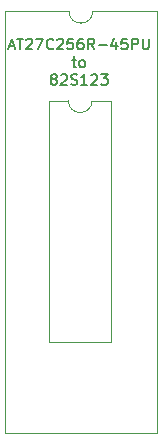
<source format=gbr>
G04 #@! TF.GenerationSoftware,KiCad,Pcbnew,(5.1.4)-1*
G04 #@! TF.CreationDate,2021-03-20T01:14:52-04:00*
G04 #@! TF.ProjectId,27c256_to_82s123,32376332-3536-45f7-946f-5f3832733132,rev?*
G04 #@! TF.SameCoordinates,Original*
G04 #@! TF.FileFunction,Legend,Top*
G04 #@! TF.FilePolarity,Positive*
%FSLAX46Y46*%
G04 Gerber Fmt 4.6, Leading zero omitted, Abs format (unit mm)*
G04 Created by KiCad (PCBNEW (5.1.4)-1) date 2021-03-20 01:14:52*
%MOMM*%
%LPD*%
G04 APERTURE LIST*
%ADD10C,0.150000*%
%ADD11C,0.120000*%
G04 APERTURE END LIST*
D10*
X158794285Y-88890000D02*
X159222857Y-88890000D01*
X158708571Y-89147142D02*
X159008571Y-88247142D01*
X159308571Y-89147142D01*
X159480000Y-88247142D02*
X159994285Y-88247142D01*
X159737142Y-89147142D02*
X159737142Y-88247142D01*
X160251428Y-88332857D02*
X160294285Y-88290000D01*
X160380000Y-88247142D01*
X160594285Y-88247142D01*
X160680000Y-88290000D01*
X160722857Y-88332857D01*
X160765714Y-88418571D01*
X160765714Y-88504285D01*
X160722857Y-88632857D01*
X160208571Y-89147142D01*
X160765714Y-89147142D01*
X161065714Y-88247142D02*
X161665714Y-88247142D01*
X161280000Y-89147142D01*
X162522857Y-89061428D02*
X162480000Y-89104285D01*
X162351428Y-89147142D01*
X162265714Y-89147142D01*
X162137142Y-89104285D01*
X162051428Y-89018571D01*
X162008571Y-88932857D01*
X161965714Y-88761428D01*
X161965714Y-88632857D01*
X162008571Y-88461428D01*
X162051428Y-88375714D01*
X162137142Y-88290000D01*
X162265714Y-88247142D01*
X162351428Y-88247142D01*
X162480000Y-88290000D01*
X162522857Y-88332857D01*
X162865714Y-88332857D02*
X162908571Y-88290000D01*
X162994285Y-88247142D01*
X163208571Y-88247142D01*
X163294285Y-88290000D01*
X163337142Y-88332857D01*
X163380000Y-88418571D01*
X163380000Y-88504285D01*
X163337142Y-88632857D01*
X162822857Y-89147142D01*
X163380000Y-89147142D01*
X164194285Y-88247142D02*
X163765714Y-88247142D01*
X163722857Y-88675714D01*
X163765714Y-88632857D01*
X163851428Y-88590000D01*
X164065714Y-88590000D01*
X164151428Y-88632857D01*
X164194285Y-88675714D01*
X164237142Y-88761428D01*
X164237142Y-88975714D01*
X164194285Y-89061428D01*
X164151428Y-89104285D01*
X164065714Y-89147142D01*
X163851428Y-89147142D01*
X163765714Y-89104285D01*
X163722857Y-89061428D01*
X165008571Y-88247142D02*
X164837142Y-88247142D01*
X164751428Y-88290000D01*
X164708571Y-88332857D01*
X164622857Y-88461428D01*
X164580000Y-88632857D01*
X164580000Y-88975714D01*
X164622857Y-89061428D01*
X164665714Y-89104285D01*
X164751428Y-89147142D01*
X164922857Y-89147142D01*
X165008571Y-89104285D01*
X165051428Y-89061428D01*
X165094285Y-88975714D01*
X165094285Y-88761428D01*
X165051428Y-88675714D01*
X165008571Y-88632857D01*
X164922857Y-88590000D01*
X164751428Y-88590000D01*
X164665714Y-88632857D01*
X164622857Y-88675714D01*
X164580000Y-88761428D01*
X165994285Y-89147142D02*
X165694285Y-88718571D01*
X165480000Y-89147142D02*
X165480000Y-88247142D01*
X165822857Y-88247142D01*
X165908571Y-88290000D01*
X165951428Y-88332857D01*
X165994285Y-88418571D01*
X165994285Y-88547142D01*
X165951428Y-88632857D01*
X165908571Y-88675714D01*
X165822857Y-88718571D01*
X165480000Y-88718571D01*
X166380000Y-88804285D02*
X167065714Y-88804285D01*
X167880000Y-88547142D02*
X167880000Y-89147142D01*
X167665714Y-88204285D02*
X167451428Y-88847142D01*
X168008571Y-88847142D01*
X168780000Y-88247142D02*
X168351428Y-88247142D01*
X168308571Y-88675714D01*
X168351428Y-88632857D01*
X168437142Y-88590000D01*
X168651428Y-88590000D01*
X168737142Y-88632857D01*
X168780000Y-88675714D01*
X168822857Y-88761428D01*
X168822857Y-88975714D01*
X168780000Y-89061428D01*
X168737142Y-89104285D01*
X168651428Y-89147142D01*
X168437142Y-89147142D01*
X168351428Y-89104285D01*
X168308571Y-89061428D01*
X169208571Y-89147142D02*
X169208571Y-88247142D01*
X169551428Y-88247142D01*
X169637142Y-88290000D01*
X169680000Y-88332857D01*
X169722857Y-88418571D01*
X169722857Y-88547142D01*
X169680000Y-88632857D01*
X169637142Y-88675714D01*
X169551428Y-88718571D01*
X169208571Y-88718571D01*
X170108571Y-88247142D02*
X170108571Y-88975714D01*
X170151428Y-89061428D01*
X170194285Y-89104285D01*
X170280000Y-89147142D01*
X170451428Y-89147142D01*
X170537142Y-89104285D01*
X170580000Y-89061428D01*
X170622857Y-88975714D01*
X170622857Y-88247142D01*
X164151428Y-90047142D02*
X164494285Y-90047142D01*
X164280000Y-89747142D02*
X164280000Y-90518571D01*
X164322857Y-90604285D01*
X164408571Y-90647142D01*
X164494285Y-90647142D01*
X164922857Y-90647142D02*
X164837142Y-90604285D01*
X164794285Y-90561428D01*
X164751428Y-90475714D01*
X164751428Y-90218571D01*
X164794285Y-90132857D01*
X164837142Y-90090000D01*
X164922857Y-90047142D01*
X165051428Y-90047142D01*
X165137142Y-90090000D01*
X165180000Y-90132857D01*
X165222857Y-90218571D01*
X165222857Y-90475714D01*
X165180000Y-90561428D01*
X165137142Y-90604285D01*
X165051428Y-90647142D01*
X164922857Y-90647142D01*
X162501428Y-91632857D02*
X162415714Y-91590000D01*
X162372857Y-91547142D01*
X162330000Y-91461428D01*
X162330000Y-91418571D01*
X162372857Y-91332857D01*
X162415714Y-91290000D01*
X162501428Y-91247142D01*
X162672857Y-91247142D01*
X162758571Y-91290000D01*
X162801428Y-91332857D01*
X162844285Y-91418571D01*
X162844285Y-91461428D01*
X162801428Y-91547142D01*
X162758571Y-91590000D01*
X162672857Y-91632857D01*
X162501428Y-91632857D01*
X162415714Y-91675714D01*
X162372857Y-91718571D01*
X162330000Y-91804285D01*
X162330000Y-91975714D01*
X162372857Y-92061428D01*
X162415714Y-92104285D01*
X162501428Y-92147142D01*
X162672857Y-92147142D01*
X162758571Y-92104285D01*
X162801428Y-92061428D01*
X162844285Y-91975714D01*
X162844285Y-91804285D01*
X162801428Y-91718571D01*
X162758571Y-91675714D01*
X162672857Y-91632857D01*
X163187142Y-91332857D02*
X163230000Y-91290000D01*
X163315714Y-91247142D01*
X163530000Y-91247142D01*
X163615714Y-91290000D01*
X163658571Y-91332857D01*
X163701428Y-91418571D01*
X163701428Y-91504285D01*
X163658571Y-91632857D01*
X163144285Y-92147142D01*
X163701428Y-92147142D01*
X164044285Y-92104285D02*
X164172857Y-92147142D01*
X164387142Y-92147142D01*
X164472857Y-92104285D01*
X164515714Y-92061428D01*
X164558571Y-91975714D01*
X164558571Y-91890000D01*
X164515714Y-91804285D01*
X164472857Y-91761428D01*
X164387142Y-91718571D01*
X164215714Y-91675714D01*
X164130000Y-91632857D01*
X164087142Y-91590000D01*
X164044285Y-91504285D01*
X164044285Y-91418571D01*
X164087142Y-91332857D01*
X164130000Y-91290000D01*
X164215714Y-91247142D01*
X164430000Y-91247142D01*
X164558571Y-91290000D01*
X165415714Y-92147142D02*
X164901428Y-92147142D01*
X165158571Y-92147142D02*
X165158571Y-91247142D01*
X165072857Y-91375714D01*
X164987142Y-91461428D01*
X164901428Y-91504285D01*
X165758571Y-91332857D02*
X165801428Y-91290000D01*
X165887142Y-91247142D01*
X166101428Y-91247142D01*
X166187142Y-91290000D01*
X166230000Y-91332857D01*
X166272857Y-91418571D01*
X166272857Y-91504285D01*
X166230000Y-91632857D01*
X165715714Y-92147142D01*
X166272857Y-92147142D01*
X166572857Y-91247142D02*
X167130000Y-91247142D01*
X166830000Y-91590000D01*
X166958571Y-91590000D01*
X167044285Y-91632857D01*
X167087142Y-91675714D01*
X167130000Y-91761428D01*
X167130000Y-91975714D01*
X167087142Y-92061428D01*
X167044285Y-92104285D01*
X166958571Y-92147142D01*
X166701428Y-92147142D01*
X166615714Y-92104285D01*
X166572857Y-92061428D01*
D11*
X165810000Y-93490000D02*
G75*
G02X163810000Y-93490000I-1000000J0D01*
G01*
X163810000Y-93490000D02*
X162160000Y-93490000D01*
X162160000Y-93490000D02*
X162160000Y-113930000D01*
X162160000Y-113930000D02*
X167460000Y-113930000D01*
X167460000Y-113930000D02*
X167460000Y-93490000D01*
X167460000Y-93490000D02*
X165810000Y-93490000D01*
X165870000Y-85920000D02*
G75*
G02X163870000Y-85920000I-1000000J0D01*
G01*
X163870000Y-85920000D02*
X158410000Y-85920000D01*
X158410000Y-85920000D02*
X158410000Y-121600000D01*
X158410000Y-121600000D02*
X171330000Y-121600000D01*
X171330000Y-121600000D02*
X171330000Y-85920000D01*
X171330000Y-85920000D02*
X165870000Y-85920000D01*
M02*

</source>
